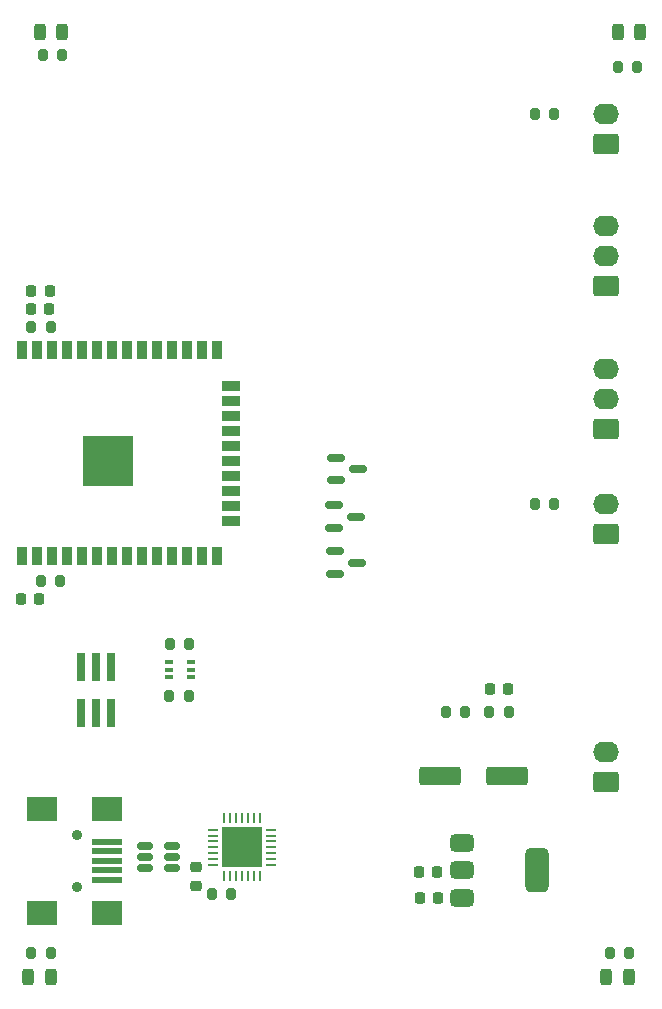
<source format=gbr>
%TF.GenerationSoftware,KiCad,Pcbnew,8.0.6*%
%TF.CreationDate,2025-03-25T19:38:50+01:00*%
%TF.ProjectId,TocBoatReceiver,546f6342-6f61-4745-9265-636569766572,rev?*%
%TF.SameCoordinates,Original*%
%TF.FileFunction,Soldermask,Top*%
%TF.FilePolarity,Negative*%
%FSLAX46Y46*%
G04 Gerber Fmt 4.6, Leading zero omitted, Abs format (unit mm)*
G04 Created by KiCad (PCBNEW 8.0.6) date 2025-03-25 19:38:50*
%MOMM*%
%LPD*%
G01*
G04 APERTURE LIST*
G04 Aperture macros list*
%AMRoundRect*
0 Rectangle with rounded corners*
0 $1 Rounding radius*
0 $2 $3 $4 $5 $6 $7 $8 $9 X,Y pos of 4 corners*
0 Add a 4 corners polygon primitive as box body*
4,1,4,$2,$3,$4,$5,$6,$7,$8,$9,$2,$3,0*
0 Add four circle primitives for the rounded corners*
1,1,$1+$1,$2,$3*
1,1,$1+$1,$4,$5*
1,1,$1+$1,$6,$7*
1,1,$1+$1,$8,$9*
0 Add four rect primitives between the rounded corners*
20,1,$1+$1,$2,$3,$4,$5,0*
20,1,$1+$1,$4,$5,$6,$7,0*
20,1,$1+$1,$6,$7,$8,$9,0*
20,1,$1+$1,$8,$9,$2,$3,0*%
G04 Aperture macros list end*
%ADD10RoundRect,0.225000X0.225000X0.250000X-0.225000X0.250000X-0.225000X-0.250000X0.225000X-0.250000X0*%
%ADD11RoundRect,0.200000X-0.200000X-0.275000X0.200000X-0.275000X0.200000X0.275000X-0.200000X0.275000X0*%
%ADD12RoundRect,0.150000X-0.587500X-0.150000X0.587500X-0.150000X0.587500X0.150000X-0.587500X0.150000X0*%
%ADD13RoundRect,0.250000X0.845000X-0.620000X0.845000X0.620000X-0.845000X0.620000X-0.845000X-0.620000X0*%
%ADD14O,2.190000X1.740000*%
%ADD15RoundRect,0.243750X-0.243750X-0.456250X0.243750X-0.456250X0.243750X0.456250X-0.243750X0.456250X0*%
%ADD16RoundRect,0.225000X-0.250000X0.225000X-0.250000X-0.225000X0.250000X-0.225000X0.250000X0.225000X0*%
%ADD17C,0.900000*%
%ADD18R,2.500000X0.500000*%
%ADD19R,2.500000X2.000000*%
%ADD20RoundRect,0.375000X-0.625000X-0.375000X0.625000X-0.375000X0.625000X0.375000X-0.625000X0.375000X0*%
%ADD21RoundRect,0.500000X-0.500000X-1.400000X0.500000X-1.400000X0.500000X1.400000X-0.500000X1.400000X0*%
%ADD22RoundRect,0.062500X-0.337500X-0.062500X0.337500X-0.062500X0.337500X0.062500X-0.337500X0.062500X0*%
%ADD23RoundRect,0.062500X-0.062500X-0.337500X0.062500X-0.337500X0.062500X0.337500X-0.062500X0.337500X0*%
%ADD24R,3.350000X3.350000*%
%ADD25RoundRect,0.100000X0.225000X0.100000X-0.225000X0.100000X-0.225000X-0.100000X0.225000X-0.100000X0*%
%ADD26RoundRect,0.150000X-0.512500X-0.150000X0.512500X-0.150000X0.512500X0.150000X-0.512500X0.150000X0*%
%ADD27R,0.740000X2.400000*%
%ADD28RoundRect,0.250000X-1.500000X-0.550000X1.500000X-0.550000X1.500000X0.550000X-1.500000X0.550000X0*%
%ADD29R,0.900000X1.500000*%
%ADD30R,1.500000X0.900000*%
%ADD31C,0.600000*%
%ADD32R,4.200000X4.200000*%
%ADD33RoundRect,0.225000X-0.225000X-0.250000X0.225000X-0.250000X0.225000X0.250000X-0.225000X0.250000X0*%
%ADD34RoundRect,0.200000X0.200000X0.275000X-0.200000X0.275000X-0.200000X-0.275000X0.200000X-0.275000X0*%
G04 APERTURE END LIST*
D10*
%TO.C,C2*%
X134900000Y-75500000D03*
X133350000Y-75500000D03*
%TD*%
D11*
%TO.C,R6*%
X148650000Y-125000000D03*
X150300000Y-125000000D03*
%TD*%
D12*
%TO.C,Q2*%
X159062500Y-96000000D03*
X159062500Y-97900000D03*
X160937500Y-96950000D03*
%TD*%
D11*
%TO.C,R7*%
X183000000Y-55000000D03*
X184650000Y-55000000D03*
%TD*%
D13*
%TO.C,J6*%
X182000000Y-85620000D03*
D14*
X182000000Y-83080000D03*
X182000000Y-80540000D03*
%TD*%
D15*
%TO.C,D1*%
X133125000Y-132000000D03*
X135000000Y-132000000D03*
%TD*%
D11*
%TO.C,R8*%
X176000000Y-92000000D03*
X177650000Y-92000000D03*
%TD*%
D12*
%TO.C,Q4*%
X159125000Y-88050000D03*
X159125000Y-89950000D03*
X161000000Y-89000000D03*
%TD*%
D13*
%TO.C,J7*%
X182000000Y-73540000D03*
D14*
X182000000Y-71000000D03*
X182000000Y-68460000D03*
%TD*%
D16*
%TO.C,C4*%
X147300000Y-122750000D03*
X147300000Y-124300000D03*
%TD*%
D17*
%TO.C,J2*%
X137200000Y-120000000D03*
X137200000Y-124400000D03*
D18*
X139800000Y-120600000D03*
X139800000Y-121400000D03*
X139800000Y-122200000D03*
X139800000Y-123000000D03*
X139800000Y-123800000D03*
D19*
X139800000Y-117800000D03*
X134300000Y-117800000D03*
X139800000Y-126600000D03*
X134300000Y-126600000D03*
%TD*%
D20*
%TO.C,U2*%
X169850000Y-120700000D03*
X169850000Y-123000000D03*
D21*
X176150000Y-123000000D03*
D20*
X169850000Y-125300000D03*
%TD*%
D22*
%TO.C,U6*%
X148750000Y-119550000D03*
X148750000Y-120050000D03*
X148750000Y-120550000D03*
X148750000Y-121050000D03*
X148750000Y-121550000D03*
X148750000Y-122050000D03*
X148750000Y-122550000D03*
D23*
X149700000Y-123500000D03*
X150200000Y-123500000D03*
X150700000Y-123500000D03*
X151200000Y-123500000D03*
X151700000Y-123500000D03*
X152200000Y-123500000D03*
X152700000Y-123500000D03*
D22*
X153650000Y-122550000D03*
X153650000Y-122050000D03*
X153650000Y-121550000D03*
X153650000Y-121050000D03*
X153650000Y-120550000D03*
X153650000Y-120050000D03*
X153650000Y-119550000D03*
D23*
X152700000Y-118600000D03*
X152200000Y-118600000D03*
X151700000Y-118600000D03*
X151200000Y-118600000D03*
X150700000Y-118600000D03*
X150200000Y-118600000D03*
X149700000Y-118600000D03*
D24*
X151200000Y-121050000D03*
%TD*%
D13*
%TO.C,J3*%
X182000000Y-115540000D03*
D14*
X182000000Y-113000000D03*
%TD*%
D10*
%TO.C,C5*%
X167800000Y-125300000D03*
X166250000Y-125300000D03*
%TD*%
D25*
%TO.C,Q1*%
X146900000Y-106650000D03*
X146900000Y-106000000D03*
X146900000Y-105350000D03*
X145000000Y-105350000D03*
X145000000Y-106000000D03*
X145000000Y-106650000D03*
%TD*%
D15*
%TO.C,D3*%
X134125000Y-52000000D03*
X136000000Y-52000000D03*
%TD*%
D11*
%TO.C,R1*%
X134150000Y-98500000D03*
X135800000Y-98500000D03*
%TD*%
D10*
%TO.C,C6*%
X167700000Y-123100000D03*
X166150000Y-123100000D03*
%TD*%
D13*
%TO.C,J4*%
X182000000Y-94540000D03*
D14*
X182000000Y-92000000D03*
%TD*%
D11*
%TO.C,R10*%
X168450000Y-109600000D03*
X170100000Y-109600000D03*
%TD*%
D26*
%TO.C,U1*%
X143000000Y-120900000D03*
X143000000Y-121850000D03*
X143000000Y-122800000D03*
X145275000Y-122800000D03*
X145275000Y-121850000D03*
X145275000Y-120900000D03*
%TD*%
D11*
%TO.C,R9*%
X176000000Y-59000000D03*
X177650000Y-59000000D03*
%TD*%
%TO.C,R11*%
X172150000Y-109600000D03*
X173800000Y-109600000D03*
%TD*%
D27*
%TO.C,J1*%
X140100000Y-105800000D03*
X140100000Y-109700000D03*
X138830000Y-105800000D03*
X138830000Y-109700000D03*
X137560000Y-105800000D03*
X137560000Y-109700000D03*
%TD*%
D28*
%TO.C,C7*%
X168000000Y-115000000D03*
X173600000Y-115000000D03*
%TD*%
D10*
%TO.C,C8*%
X173750000Y-107600000D03*
X172200000Y-107600000D03*
%TD*%
D15*
%TO.C,D2*%
X182062500Y-132000000D03*
X183937500Y-132000000D03*
%TD*%
D29*
%TO.C,U3*%
X132540000Y-96420000D03*
X133810000Y-96420000D03*
X135080000Y-96420000D03*
X136350000Y-96420000D03*
X137620000Y-96420000D03*
X138890000Y-96420000D03*
X140160000Y-96420000D03*
X141430000Y-96420000D03*
X142700000Y-96420000D03*
X143970000Y-96420000D03*
X145240000Y-96420000D03*
X146510000Y-96420000D03*
X147780000Y-96420000D03*
X149050000Y-96420000D03*
D30*
X150300000Y-93380000D03*
X150300000Y-92110000D03*
X150300000Y-90840000D03*
X150300000Y-89570000D03*
X150300000Y-88300000D03*
X150300000Y-87030000D03*
X150300000Y-85760000D03*
X150300000Y-84490000D03*
X150300000Y-83220000D03*
X150300000Y-81950000D03*
D29*
X149050000Y-78920000D03*
X147780000Y-78920000D03*
X146510000Y-78920000D03*
X145240000Y-78920000D03*
X143970000Y-78920000D03*
X142700000Y-78920000D03*
X141430000Y-78920000D03*
X140160000Y-78920000D03*
X138890000Y-78920000D03*
X137620000Y-78920000D03*
X136350000Y-78920000D03*
X135080000Y-78920000D03*
X133810000Y-78920000D03*
X132540000Y-78920000D03*
D31*
X139117500Y-89875000D03*
X140642500Y-89875000D03*
X138355000Y-89112500D03*
X139880000Y-89112500D03*
X141405000Y-89112500D03*
X139117500Y-88350000D03*
D32*
X139880000Y-88350000D03*
D31*
X140642500Y-88350000D03*
X138355000Y-87587500D03*
X139880000Y-87587500D03*
X141405000Y-87587500D03*
X139117500Y-86825000D03*
X140642500Y-86825000D03*
%TD*%
D11*
%TO.C,R5*%
X133350000Y-77000000D03*
X135000000Y-77000000D03*
%TD*%
D15*
%TO.C,D4*%
X183062500Y-52000000D03*
X184937500Y-52000000D03*
%TD*%
D11*
%TO.C,R4*%
X134350000Y-54000000D03*
X136000000Y-54000000D03*
%TD*%
D33*
%TO.C,C3*%
X132500000Y-100000000D03*
X134050000Y-100000000D03*
%TD*%
D11*
%TO.C,R13*%
X145050000Y-108200000D03*
X146700000Y-108200000D03*
%TD*%
%TO.C,R3*%
X182350000Y-130000000D03*
X184000000Y-130000000D03*
%TD*%
D13*
%TO.C,J5*%
X182000000Y-61540000D03*
D14*
X182000000Y-59000000D03*
%TD*%
D34*
%TO.C,R12*%
X146750000Y-103800000D03*
X145100000Y-103800000D03*
%TD*%
D12*
%TO.C,Q3*%
X159000000Y-92100000D03*
X159000000Y-94000000D03*
X160875000Y-93050000D03*
%TD*%
D11*
%TO.C,R2*%
X133350000Y-130000000D03*
X135000000Y-130000000D03*
%TD*%
D33*
%TO.C,C1*%
X133381750Y-73968250D03*
X134931750Y-73968250D03*
%TD*%
M02*

</source>
